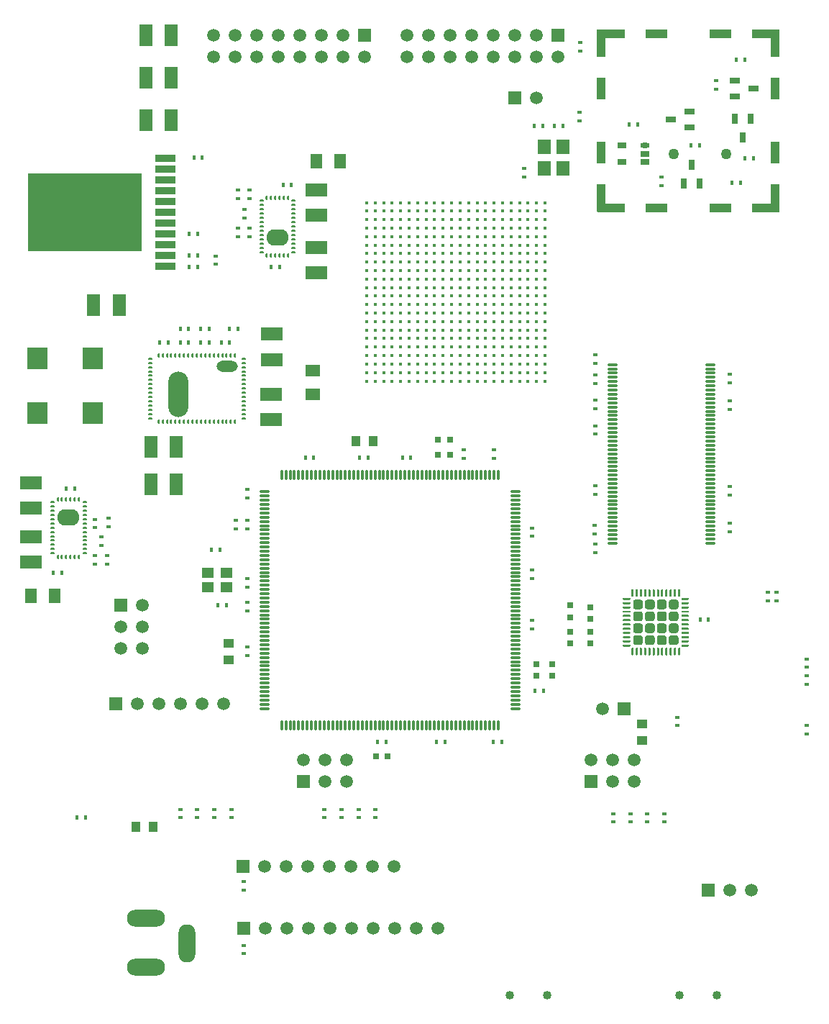
<source format=gbr>
G04 #@! TF.GenerationSoftware,KiCad,Pcbnew,(5.1.6)-1*
G04 #@! TF.CreationDate,2020-09-23T13:58:02+03:00*
G04 #@! TF.ProjectId,Cryptech Alpha,43727970-7465-4636-9820-416c7068612e,rev?*
G04 #@! TF.SameCoordinates,Original*
G04 #@! TF.FileFunction,Paste,Bot*
G04 #@! TF.FilePolarity,Positive*
%FSLAX46Y46*%
G04 Gerber Fmt 4.6, Leading zero omitted, Abs format (unit mm)*
G04 Created by KiCad (PCBNEW (5.1.6)-1) date 2020-09-23 13:58:02*
%MOMM*%
%LPD*%
G01*
G04 APERTURE LIST*
%ADD10R,0.600000X0.450000*%
%ADD11C,1.500000*%
%ADD12R,1.500000X1.500000*%
%ADD13R,0.450000X0.600000*%
%ADD14R,0.800000X0.800000*%
%ADD15O,0.300000X1.200000*%
%ADD16O,1.200000X0.300000*%
%ADD17C,1.270000*%
%ADD18R,1.100000X0.650000*%
%ADD19O,1.100000X0.650000*%
%ADD20R,1.498600X1.701800*%
%ADD21O,0.254000X0.609600*%
%ADD22O,0.609600X0.254000*%
%ADD23O,2.600000X1.940000*%
%ADD24R,1.016000X3.302000*%
%ADD25R,3.302000X1.016000*%
%ADD26R,2.616200X1.016000*%
%ADD27R,1.016000X2.616200*%
%ADD28R,2.413000X0.863600*%
%ADD29R,13.385800X9.144000*%
%ADD30C,0.450000*%
%ADD31O,2.000000X4.500000*%
%ADD32O,4.500000X2.000000*%
%ADD33C,1.016000*%
%ADD34O,2.350000X5.350000*%
%ADD35O,2.500000X1.300000*%
%ADD36R,1.400000X1.800000*%
%ADD37R,1.800000X1.400000*%
%ADD38R,2.400000X2.600000*%
%ADD39R,1.397000X1.193800*%
%ADD40R,1.200000X0.800000*%
%ADD41R,0.800000X1.200000*%
%ADD42R,1.600000X2.600000*%
%ADD43R,2.600000X1.600000*%
%ADD44R,1.200000X1.000000*%
%ADD45R,1.000000X1.200000*%
%ADD46C,0.127000*%
G04 APERTURE END LIST*
D10*
X97800000Y23700000D03*
X97800000Y22700000D03*
X97800000Y24700000D03*
X97800000Y25700000D03*
X97800000Y16900000D03*
X97800000Y17900000D03*
D11*
X73730000Y19800000D03*
D12*
X76270000Y19800000D03*
D10*
X93200000Y33500000D03*
X93200000Y32500000D03*
X94200000Y32500000D03*
X94200000Y33500000D03*
D13*
X85200000Y30300000D03*
X86200000Y30300000D03*
D14*
X72300000Y27500000D03*
X72300000Y28900000D03*
X72300000Y30400000D03*
X72300000Y31800000D03*
X69900000Y27500000D03*
X69900000Y28900000D03*
X69900000Y30600000D03*
X69900000Y32000000D03*
G36*
G01*
X81535000Y31785000D02*
X81535000Y32415000D01*
G75*
G02*
X81785000Y32665000I250000J0D01*
G01*
X82415000Y32665000D01*
G75*
G02*
X82665000Y32415000I0J-250000D01*
G01*
X82665000Y31785000D01*
G75*
G02*
X82415000Y31535000I-250000J0D01*
G01*
X81785000Y31535000D01*
G75*
G02*
X81535000Y31785000I0J250000D01*
G01*
G37*
G36*
G01*
X81535000Y30385000D02*
X81535000Y31015000D01*
G75*
G02*
X81785000Y31265000I250000J0D01*
G01*
X82415000Y31265000D01*
G75*
G02*
X82665000Y31015000I0J-250000D01*
G01*
X82665000Y30385000D01*
G75*
G02*
X82415000Y30135000I-250000J0D01*
G01*
X81785000Y30135000D01*
G75*
G02*
X81535000Y30385000I0J250000D01*
G01*
G37*
G36*
G01*
X81535000Y28985000D02*
X81535000Y29615000D01*
G75*
G02*
X81785000Y29865000I250000J0D01*
G01*
X82415000Y29865000D01*
G75*
G02*
X82665000Y29615000I0J-250000D01*
G01*
X82665000Y28985000D01*
G75*
G02*
X82415000Y28735000I-250000J0D01*
G01*
X81785000Y28735000D01*
G75*
G02*
X81535000Y28985000I0J250000D01*
G01*
G37*
G36*
G01*
X81535000Y27585000D02*
X81535000Y28215000D01*
G75*
G02*
X81785000Y28465000I250000J0D01*
G01*
X82415000Y28465000D01*
G75*
G02*
X82665000Y28215000I0J-250000D01*
G01*
X82665000Y27585000D01*
G75*
G02*
X82415000Y27335000I-250000J0D01*
G01*
X81785000Y27335000D01*
G75*
G02*
X81535000Y27585000I0J250000D01*
G01*
G37*
G36*
G01*
X80135000Y31785000D02*
X80135000Y32415000D01*
G75*
G02*
X80385000Y32665000I250000J0D01*
G01*
X81015000Y32665000D01*
G75*
G02*
X81265000Y32415000I0J-250000D01*
G01*
X81265000Y31785000D01*
G75*
G02*
X81015000Y31535000I-250000J0D01*
G01*
X80385000Y31535000D01*
G75*
G02*
X80135000Y31785000I0J250000D01*
G01*
G37*
G36*
G01*
X80135000Y30385000D02*
X80135000Y31015000D01*
G75*
G02*
X80385000Y31265000I250000J0D01*
G01*
X81015000Y31265000D01*
G75*
G02*
X81265000Y31015000I0J-250000D01*
G01*
X81265000Y30385000D01*
G75*
G02*
X81015000Y30135000I-250000J0D01*
G01*
X80385000Y30135000D01*
G75*
G02*
X80135000Y30385000I0J250000D01*
G01*
G37*
G36*
G01*
X80135000Y28985000D02*
X80135000Y29615000D01*
G75*
G02*
X80385000Y29865000I250000J0D01*
G01*
X81015000Y29865000D01*
G75*
G02*
X81265000Y29615000I0J-250000D01*
G01*
X81265000Y28985000D01*
G75*
G02*
X81015000Y28735000I-250000J0D01*
G01*
X80385000Y28735000D01*
G75*
G02*
X80135000Y28985000I0J250000D01*
G01*
G37*
G36*
G01*
X80135000Y27585000D02*
X80135000Y28215000D01*
G75*
G02*
X80385000Y28465000I250000J0D01*
G01*
X81015000Y28465000D01*
G75*
G02*
X81265000Y28215000I0J-250000D01*
G01*
X81265000Y27585000D01*
G75*
G02*
X81015000Y27335000I-250000J0D01*
G01*
X80385000Y27335000D01*
G75*
G02*
X80135000Y27585000I0J250000D01*
G01*
G37*
G36*
G01*
X78735000Y31785000D02*
X78735000Y32415000D01*
G75*
G02*
X78985000Y32665000I250000J0D01*
G01*
X79615000Y32665000D01*
G75*
G02*
X79865000Y32415000I0J-250000D01*
G01*
X79865000Y31785000D01*
G75*
G02*
X79615000Y31535000I-250000J0D01*
G01*
X78985000Y31535000D01*
G75*
G02*
X78735000Y31785000I0J250000D01*
G01*
G37*
G36*
G01*
X78735000Y30385000D02*
X78735000Y31015000D01*
G75*
G02*
X78985000Y31265000I250000J0D01*
G01*
X79615000Y31265000D01*
G75*
G02*
X79865000Y31015000I0J-250000D01*
G01*
X79865000Y30385000D01*
G75*
G02*
X79615000Y30135000I-250000J0D01*
G01*
X78985000Y30135000D01*
G75*
G02*
X78735000Y30385000I0J250000D01*
G01*
G37*
G36*
G01*
X78735000Y28985000D02*
X78735000Y29615000D01*
G75*
G02*
X78985000Y29865000I250000J0D01*
G01*
X79615000Y29865000D01*
G75*
G02*
X79865000Y29615000I0J-250000D01*
G01*
X79865000Y28985000D01*
G75*
G02*
X79615000Y28735000I-250000J0D01*
G01*
X78985000Y28735000D01*
G75*
G02*
X78735000Y28985000I0J250000D01*
G01*
G37*
G36*
G01*
X78735000Y27585000D02*
X78735000Y28215000D01*
G75*
G02*
X78985000Y28465000I250000J0D01*
G01*
X79615000Y28465000D01*
G75*
G02*
X79865000Y28215000I0J-250000D01*
G01*
X79865000Y27585000D01*
G75*
G02*
X79615000Y27335000I-250000J0D01*
G01*
X78985000Y27335000D01*
G75*
G02*
X78735000Y27585000I0J250000D01*
G01*
G37*
G36*
G01*
X77335000Y31785000D02*
X77335000Y32415000D01*
G75*
G02*
X77585000Y32665000I250000J0D01*
G01*
X78215000Y32665000D01*
G75*
G02*
X78465000Y32415000I0J-250000D01*
G01*
X78465000Y31785000D01*
G75*
G02*
X78215000Y31535000I-250000J0D01*
G01*
X77585000Y31535000D01*
G75*
G02*
X77335000Y31785000I0J250000D01*
G01*
G37*
G36*
G01*
X77335000Y30385000D02*
X77335000Y31015000D01*
G75*
G02*
X77585000Y31265000I250000J0D01*
G01*
X78215000Y31265000D01*
G75*
G02*
X78465000Y31015000I0J-250000D01*
G01*
X78465000Y30385000D01*
G75*
G02*
X78215000Y30135000I-250000J0D01*
G01*
X77585000Y30135000D01*
G75*
G02*
X77335000Y30385000I0J250000D01*
G01*
G37*
G36*
G01*
X77335000Y28985000D02*
X77335000Y29615000D01*
G75*
G02*
X77585000Y29865000I250000J0D01*
G01*
X78215000Y29865000D01*
G75*
G02*
X78465000Y29615000I0J-250000D01*
G01*
X78465000Y28985000D01*
G75*
G02*
X78215000Y28735000I-250000J0D01*
G01*
X77585000Y28735000D01*
G75*
G02*
X77335000Y28985000I0J250000D01*
G01*
G37*
G36*
G01*
X77335000Y27585000D02*
X77335000Y28215000D01*
G75*
G02*
X77585000Y28465000I250000J0D01*
G01*
X78215000Y28465000D01*
G75*
G02*
X78465000Y28215000I0J-250000D01*
G01*
X78465000Y27585000D01*
G75*
G02*
X78215000Y27335000I-250000J0D01*
G01*
X77585000Y27335000D01*
G75*
G02*
X77335000Y27585000I0J250000D01*
G01*
G37*
G36*
G01*
X77125000Y26187500D02*
X77125000Y26937500D01*
G75*
G02*
X77187500Y27000000I62500J0D01*
G01*
X77312500Y27000000D01*
G75*
G02*
X77375000Y26937500I0J-62500D01*
G01*
X77375000Y26187500D01*
G75*
G02*
X77312500Y26125000I-62500J0D01*
G01*
X77187500Y26125000D01*
G75*
G02*
X77125000Y26187500I0J62500D01*
G01*
G37*
G36*
G01*
X77625000Y26187500D02*
X77625000Y26937500D01*
G75*
G02*
X77687500Y27000000I62500J0D01*
G01*
X77812500Y27000000D01*
G75*
G02*
X77875000Y26937500I0J-62500D01*
G01*
X77875000Y26187500D01*
G75*
G02*
X77812500Y26125000I-62500J0D01*
G01*
X77687500Y26125000D01*
G75*
G02*
X77625000Y26187500I0J62500D01*
G01*
G37*
G36*
G01*
X78125000Y26187500D02*
X78125000Y26937500D01*
G75*
G02*
X78187500Y27000000I62500J0D01*
G01*
X78312500Y27000000D01*
G75*
G02*
X78375000Y26937500I0J-62500D01*
G01*
X78375000Y26187500D01*
G75*
G02*
X78312500Y26125000I-62500J0D01*
G01*
X78187500Y26125000D01*
G75*
G02*
X78125000Y26187500I0J62500D01*
G01*
G37*
G36*
G01*
X78625000Y26187500D02*
X78625000Y26937500D01*
G75*
G02*
X78687500Y27000000I62500J0D01*
G01*
X78812500Y27000000D01*
G75*
G02*
X78875000Y26937500I0J-62500D01*
G01*
X78875000Y26187500D01*
G75*
G02*
X78812500Y26125000I-62500J0D01*
G01*
X78687500Y26125000D01*
G75*
G02*
X78625000Y26187500I0J62500D01*
G01*
G37*
G36*
G01*
X79125000Y26187500D02*
X79125000Y26937500D01*
G75*
G02*
X79187500Y27000000I62500J0D01*
G01*
X79312500Y27000000D01*
G75*
G02*
X79375000Y26937500I0J-62500D01*
G01*
X79375000Y26187500D01*
G75*
G02*
X79312500Y26125000I-62500J0D01*
G01*
X79187500Y26125000D01*
G75*
G02*
X79125000Y26187500I0J62500D01*
G01*
G37*
G36*
G01*
X79625000Y26187500D02*
X79625000Y26937500D01*
G75*
G02*
X79687500Y27000000I62500J0D01*
G01*
X79812500Y27000000D01*
G75*
G02*
X79875000Y26937500I0J-62500D01*
G01*
X79875000Y26187500D01*
G75*
G02*
X79812500Y26125000I-62500J0D01*
G01*
X79687500Y26125000D01*
G75*
G02*
X79625000Y26187500I0J62500D01*
G01*
G37*
G36*
G01*
X80125000Y26187500D02*
X80125000Y26937500D01*
G75*
G02*
X80187500Y27000000I62500J0D01*
G01*
X80312500Y27000000D01*
G75*
G02*
X80375000Y26937500I0J-62500D01*
G01*
X80375000Y26187500D01*
G75*
G02*
X80312500Y26125000I-62500J0D01*
G01*
X80187500Y26125000D01*
G75*
G02*
X80125000Y26187500I0J62500D01*
G01*
G37*
G36*
G01*
X80625000Y26187500D02*
X80625000Y26937500D01*
G75*
G02*
X80687500Y27000000I62500J0D01*
G01*
X80812500Y27000000D01*
G75*
G02*
X80875000Y26937500I0J-62500D01*
G01*
X80875000Y26187500D01*
G75*
G02*
X80812500Y26125000I-62500J0D01*
G01*
X80687500Y26125000D01*
G75*
G02*
X80625000Y26187500I0J62500D01*
G01*
G37*
G36*
G01*
X81125000Y26187500D02*
X81125000Y26937500D01*
G75*
G02*
X81187500Y27000000I62500J0D01*
G01*
X81312500Y27000000D01*
G75*
G02*
X81375000Y26937500I0J-62500D01*
G01*
X81375000Y26187500D01*
G75*
G02*
X81312500Y26125000I-62500J0D01*
G01*
X81187500Y26125000D01*
G75*
G02*
X81125000Y26187500I0J62500D01*
G01*
G37*
G36*
G01*
X81625000Y26187500D02*
X81625000Y26937500D01*
G75*
G02*
X81687500Y27000000I62500J0D01*
G01*
X81812500Y27000000D01*
G75*
G02*
X81875000Y26937500I0J-62500D01*
G01*
X81875000Y26187500D01*
G75*
G02*
X81812500Y26125000I-62500J0D01*
G01*
X81687500Y26125000D01*
G75*
G02*
X81625000Y26187500I0J62500D01*
G01*
G37*
G36*
G01*
X82125000Y26187500D02*
X82125000Y26937500D01*
G75*
G02*
X82187500Y27000000I62500J0D01*
G01*
X82312500Y27000000D01*
G75*
G02*
X82375000Y26937500I0J-62500D01*
G01*
X82375000Y26187500D01*
G75*
G02*
X82312500Y26125000I-62500J0D01*
G01*
X82187500Y26125000D01*
G75*
G02*
X82125000Y26187500I0J62500D01*
G01*
G37*
G36*
G01*
X82625000Y26187500D02*
X82625000Y26937500D01*
G75*
G02*
X82687500Y27000000I62500J0D01*
G01*
X82812500Y27000000D01*
G75*
G02*
X82875000Y26937500I0J-62500D01*
G01*
X82875000Y26187500D01*
G75*
G02*
X82812500Y26125000I-62500J0D01*
G01*
X82687500Y26125000D01*
G75*
G02*
X82625000Y26187500I0J62500D01*
G01*
G37*
G36*
G01*
X83000000Y27187500D02*
X83000000Y27312500D01*
G75*
G02*
X83062500Y27375000I62500J0D01*
G01*
X83812500Y27375000D01*
G75*
G02*
X83875000Y27312500I0J-62500D01*
G01*
X83875000Y27187500D01*
G75*
G02*
X83812500Y27125000I-62500J0D01*
G01*
X83062500Y27125000D01*
G75*
G02*
X83000000Y27187500I0J62500D01*
G01*
G37*
G36*
G01*
X83000000Y27687500D02*
X83000000Y27812500D01*
G75*
G02*
X83062500Y27875000I62500J0D01*
G01*
X83812500Y27875000D01*
G75*
G02*
X83875000Y27812500I0J-62500D01*
G01*
X83875000Y27687500D01*
G75*
G02*
X83812500Y27625000I-62500J0D01*
G01*
X83062500Y27625000D01*
G75*
G02*
X83000000Y27687500I0J62500D01*
G01*
G37*
G36*
G01*
X83000000Y28187500D02*
X83000000Y28312500D01*
G75*
G02*
X83062500Y28375000I62500J0D01*
G01*
X83812500Y28375000D01*
G75*
G02*
X83875000Y28312500I0J-62500D01*
G01*
X83875000Y28187500D01*
G75*
G02*
X83812500Y28125000I-62500J0D01*
G01*
X83062500Y28125000D01*
G75*
G02*
X83000000Y28187500I0J62500D01*
G01*
G37*
G36*
G01*
X83000000Y28687500D02*
X83000000Y28812500D01*
G75*
G02*
X83062500Y28875000I62500J0D01*
G01*
X83812500Y28875000D01*
G75*
G02*
X83875000Y28812500I0J-62500D01*
G01*
X83875000Y28687500D01*
G75*
G02*
X83812500Y28625000I-62500J0D01*
G01*
X83062500Y28625000D01*
G75*
G02*
X83000000Y28687500I0J62500D01*
G01*
G37*
G36*
G01*
X83000000Y29187500D02*
X83000000Y29312500D01*
G75*
G02*
X83062500Y29375000I62500J0D01*
G01*
X83812500Y29375000D01*
G75*
G02*
X83875000Y29312500I0J-62500D01*
G01*
X83875000Y29187500D01*
G75*
G02*
X83812500Y29125000I-62500J0D01*
G01*
X83062500Y29125000D01*
G75*
G02*
X83000000Y29187500I0J62500D01*
G01*
G37*
G36*
G01*
X83000000Y29687500D02*
X83000000Y29812500D01*
G75*
G02*
X83062500Y29875000I62500J0D01*
G01*
X83812500Y29875000D01*
G75*
G02*
X83875000Y29812500I0J-62500D01*
G01*
X83875000Y29687500D01*
G75*
G02*
X83812500Y29625000I-62500J0D01*
G01*
X83062500Y29625000D01*
G75*
G02*
X83000000Y29687500I0J62500D01*
G01*
G37*
G36*
G01*
X83000000Y30187500D02*
X83000000Y30312500D01*
G75*
G02*
X83062500Y30375000I62500J0D01*
G01*
X83812500Y30375000D01*
G75*
G02*
X83875000Y30312500I0J-62500D01*
G01*
X83875000Y30187500D01*
G75*
G02*
X83812500Y30125000I-62500J0D01*
G01*
X83062500Y30125000D01*
G75*
G02*
X83000000Y30187500I0J62500D01*
G01*
G37*
G36*
G01*
X83000000Y30687500D02*
X83000000Y30812500D01*
G75*
G02*
X83062500Y30875000I62500J0D01*
G01*
X83812500Y30875000D01*
G75*
G02*
X83875000Y30812500I0J-62500D01*
G01*
X83875000Y30687500D01*
G75*
G02*
X83812500Y30625000I-62500J0D01*
G01*
X83062500Y30625000D01*
G75*
G02*
X83000000Y30687500I0J62500D01*
G01*
G37*
G36*
G01*
X83000000Y31187500D02*
X83000000Y31312500D01*
G75*
G02*
X83062500Y31375000I62500J0D01*
G01*
X83812500Y31375000D01*
G75*
G02*
X83875000Y31312500I0J-62500D01*
G01*
X83875000Y31187500D01*
G75*
G02*
X83812500Y31125000I-62500J0D01*
G01*
X83062500Y31125000D01*
G75*
G02*
X83000000Y31187500I0J62500D01*
G01*
G37*
G36*
G01*
X83000000Y31687500D02*
X83000000Y31812500D01*
G75*
G02*
X83062500Y31875000I62500J0D01*
G01*
X83812500Y31875000D01*
G75*
G02*
X83875000Y31812500I0J-62500D01*
G01*
X83875000Y31687500D01*
G75*
G02*
X83812500Y31625000I-62500J0D01*
G01*
X83062500Y31625000D01*
G75*
G02*
X83000000Y31687500I0J62500D01*
G01*
G37*
G36*
G01*
X83000000Y32187500D02*
X83000000Y32312500D01*
G75*
G02*
X83062500Y32375000I62500J0D01*
G01*
X83812500Y32375000D01*
G75*
G02*
X83875000Y32312500I0J-62500D01*
G01*
X83875000Y32187500D01*
G75*
G02*
X83812500Y32125000I-62500J0D01*
G01*
X83062500Y32125000D01*
G75*
G02*
X83000000Y32187500I0J62500D01*
G01*
G37*
G36*
G01*
X83000000Y32687500D02*
X83000000Y32812500D01*
G75*
G02*
X83062500Y32875000I62500J0D01*
G01*
X83812500Y32875000D01*
G75*
G02*
X83875000Y32812500I0J-62500D01*
G01*
X83875000Y32687500D01*
G75*
G02*
X83812500Y32625000I-62500J0D01*
G01*
X83062500Y32625000D01*
G75*
G02*
X83000000Y32687500I0J62500D01*
G01*
G37*
G36*
G01*
X82625000Y33062500D02*
X82625000Y33812500D01*
G75*
G02*
X82687500Y33875000I62500J0D01*
G01*
X82812500Y33875000D01*
G75*
G02*
X82875000Y33812500I0J-62500D01*
G01*
X82875000Y33062500D01*
G75*
G02*
X82812500Y33000000I-62500J0D01*
G01*
X82687500Y33000000D01*
G75*
G02*
X82625000Y33062500I0J62500D01*
G01*
G37*
G36*
G01*
X82125000Y33062500D02*
X82125000Y33812500D01*
G75*
G02*
X82187500Y33875000I62500J0D01*
G01*
X82312500Y33875000D01*
G75*
G02*
X82375000Y33812500I0J-62500D01*
G01*
X82375000Y33062500D01*
G75*
G02*
X82312500Y33000000I-62500J0D01*
G01*
X82187500Y33000000D01*
G75*
G02*
X82125000Y33062500I0J62500D01*
G01*
G37*
G36*
G01*
X81625000Y33062500D02*
X81625000Y33812500D01*
G75*
G02*
X81687500Y33875000I62500J0D01*
G01*
X81812500Y33875000D01*
G75*
G02*
X81875000Y33812500I0J-62500D01*
G01*
X81875000Y33062500D01*
G75*
G02*
X81812500Y33000000I-62500J0D01*
G01*
X81687500Y33000000D01*
G75*
G02*
X81625000Y33062500I0J62500D01*
G01*
G37*
G36*
G01*
X81125000Y33062500D02*
X81125000Y33812500D01*
G75*
G02*
X81187500Y33875000I62500J0D01*
G01*
X81312500Y33875000D01*
G75*
G02*
X81375000Y33812500I0J-62500D01*
G01*
X81375000Y33062500D01*
G75*
G02*
X81312500Y33000000I-62500J0D01*
G01*
X81187500Y33000000D01*
G75*
G02*
X81125000Y33062500I0J62500D01*
G01*
G37*
G36*
G01*
X80625000Y33062500D02*
X80625000Y33812500D01*
G75*
G02*
X80687500Y33875000I62500J0D01*
G01*
X80812500Y33875000D01*
G75*
G02*
X80875000Y33812500I0J-62500D01*
G01*
X80875000Y33062500D01*
G75*
G02*
X80812500Y33000000I-62500J0D01*
G01*
X80687500Y33000000D01*
G75*
G02*
X80625000Y33062500I0J62500D01*
G01*
G37*
G36*
G01*
X80125000Y33062500D02*
X80125000Y33812500D01*
G75*
G02*
X80187500Y33875000I62500J0D01*
G01*
X80312500Y33875000D01*
G75*
G02*
X80375000Y33812500I0J-62500D01*
G01*
X80375000Y33062500D01*
G75*
G02*
X80312500Y33000000I-62500J0D01*
G01*
X80187500Y33000000D01*
G75*
G02*
X80125000Y33062500I0J62500D01*
G01*
G37*
G36*
G01*
X79625000Y33062500D02*
X79625000Y33812500D01*
G75*
G02*
X79687500Y33875000I62500J0D01*
G01*
X79812500Y33875000D01*
G75*
G02*
X79875000Y33812500I0J-62500D01*
G01*
X79875000Y33062500D01*
G75*
G02*
X79812500Y33000000I-62500J0D01*
G01*
X79687500Y33000000D01*
G75*
G02*
X79625000Y33062500I0J62500D01*
G01*
G37*
G36*
G01*
X79125000Y33062500D02*
X79125000Y33812500D01*
G75*
G02*
X79187500Y33875000I62500J0D01*
G01*
X79312500Y33875000D01*
G75*
G02*
X79375000Y33812500I0J-62500D01*
G01*
X79375000Y33062500D01*
G75*
G02*
X79312500Y33000000I-62500J0D01*
G01*
X79187500Y33000000D01*
G75*
G02*
X79125000Y33062500I0J62500D01*
G01*
G37*
G36*
G01*
X78625000Y33062500D02*
X78625000Y33812500D01*
G75*
G02*
X78687500Y33875000I62500J0D01*
G01*
X78812500Y33875000D01*
G75*
G02*
X78875000Y33812500I0J-62500D01*
G01*
X78875000Y33062500D01*
G75*
G02*
X78812500Y33000000I-62500J0D01*
G01*
X78687500Y33000000D01*
G75*
G02*
X78625000Y33062500I0J62500D01*
G01*
G37*
G36*
G01*
X78125000Y33062500D02*
X78125000Y33812500D01*
G75*
G02*
X78187500Y33875000I62500J0D01*
G01*
X78312500Y33875000D01*
G75*
G02*
X78375000Y33812500I0J-62500D01*
G01*
X78375000Y33062500D01*
G75*
G02*
X78312500Y33000000I-62500J0D01*
G01*
X78187500Y33000000D01*
G75*
G02*
X78125000Y33062500I0J62500D01*
G01*
G37*
G36*
G01*
X77625000Y33062500D02*
X77625000Y33812500D01*
G75*
G02*
X77687500Y33875000I62500J0D01*
G01*
X77812500Y33875000D01*
G75*
G02*
X77875000Y33812500I0J-62500D01*
G01*
X77875000Y33062500D01*
G75*
G02*
X77812500Y33000000I-62500J0D01*
G01*
X77687500Y33000000D01*
G75*
G02*
X77625000Y33062500I0J62500D01*
G01*
G37*
G36*
G01*
X77125000Y33062500D02*
X77125000Y33812500D01*
G75*
G02*
X77187500Y33875000I62500J0D01*
G01*
X77312500Y33875000D01*
G75*
G02*
X77375000Y33812500I0J-62500D01*
G01*
X77375000Y33062500D01*
G75*
G02*
X77312500Y33000000I-62500J0D01*
G01*
X77187500Y33000000D01*
G75*
G02*
X77125000Y33062500I0J62500D01*
G01*
G37*
G36*
G01*
X76125000Y32687500D02*
X76125000Y32812500D01*
G75*
G02*
X76187500Y32875000I62500J0D01*
G01*
X76937500Y32875000D01*
G75*
G02*
X77000000Y32812500I0J-62500D01*
G01*
X77000000Y32687500D01*
G75*
G02*
X76937500Y32625000I-62500J0D01*
G01*
X76187500Y32625000D01*
G75*
G02*
X76125000Y32687500I0J62500D01*
G01*
G37*
G36*
G01*
X76125000Y32187500D02*
X76125000Y32312500D01*
G75*
G02*
X76187500Y32375000I62500J0D01*
G01*
X76937500Y32375000D01*
G75*
G02*
X77000000Y32312500I0J-62500D01*
G01*
X77000000Y32187500D01*
G75*
G02*
X76937500Y32125000I-62500J0D01*
G01*
X76187500Y32125000D01*
G75*
G02*
X76125000Y32187500I0J62500D01*
G01*
G37*
G36*
G01*
X76125000Y31687500D02*
X76125000Y31812500D01*
G75*
G02*
X76187500Y31875000I62500J0D01*
G01*
X76937500Y31875000D01*
G75*
G02*
X77000000Y31812500I0J-62500D01*
G01*
X77000000Y31687500D01*
G75*
G02*
X76937500Y31625000I-62500J0D01*
G01*
X76187500Y31625000D01*
G75*
G02*
X76125000Y31687500I0J62500D01*
G01*
G37*
G36*
G01*
X76125000Y31187500D02*
X76125000Y31312500D01*
G75*
G02*
X76187500Y31375000I62500J0D01*
G01*
X76937500Y31375000D01*
G75*
G02*
X77000000Y31312500I0J-62500D01*
G01*
X77000000Y31187500D01*
G75*
G02*
X76937500Y31125000I-62500J0D01*
G01*
X76187500Y31125000D01*
G75*
G02*
X76125000Y31187500I0J62500D01*
G01*
G37*
G36*
G01*
X76125000Y30687500D02*
X76125000Y30812500D01*
G75*
G02*
X76187500Y30875000I62500J0D01*
G01*
X76937500Y30875000D01*
G75*
G02*
X77000000Y30812500I0J-62500D01*
G01*
X77000000Y30687500D01*
G75*
G02*
X76937500Y30625000I-62500J0D01*
G01*
X76187500Y30625000D01*
G75*
G02*
X76125000Y30687500I0J62500D01*
G01*
G37*
G36*
G01*
X76125000Y30187500D02*
X76125000Y30312500D01*
G75*
G02*
X76187500Y30375000I62500J0D01*
G01*
X76937500Y30375000D01*
G75*
G02*
X77000000Y30312500I0J-62500D01*
G01*
X77000000Y30187500D01*
G75*
G02*
X76937500Y30125000I-62500J0D01*
G01*
X76187500Y30125000D01*
G75*
G02*
X76125000Y30187500I0J62500D01*
G01*
G37*
G36*
G01*
X76125000Y29687500D02*
X76125000Y29812500D01*
G75*
G02*
X76187500Y29875000I62500J0D01*
G01*
X76937500Y29875000D01*
G75*
G02*
X77000000Y29812500I0J-62500D01*
G01*
X77000000Y29687500D01*
G75*
G02*
X76937500Y29625000I-62500J0D01*
G01*
X76187500Y29625000D01*
G75*
G02*
X76125000Y29687500I0J62500D01*
G01*
G37*
G36*
G01*
X76125000Y29187500D02*
X76125000Y29312500D01*
G75*
G02*
X76187500Y29375000I62500J0D01*
G01*
X76937500Y29375000D01*
G75*
G02*
X77000000Y29312500I0J-62500D01*
G01*
X77000000Y29187500D01*
G75*
G02*
X76937500Y29125000I-62500J0D01*
G01*
X76187500Y29125000D01*
G75*
G02*
X76125000Y29187500I0J62500D01*
G01*
G37*
G36*
G01*
X76125000Y28687500D02*
X76125000Y28812500D01*
G75*
G02*
X76187500Y28875000I62500J0D01*
G01*
X76937500Y28875000D01*
G75*
G02*
X77000000Y28812500I0J-62500D01*
G01*
X77000000Y28687500D01*
G75*
G02*
X76937500Y28625000I-62500J0D01*
G01*
X76187500Y28625000D01*
G75*
G02*
X76125000Y28687500I0J62500D01*
G01*
G37*
G36*
G01*
X76125000Y28187500D02*
X76125000Y28312500D01*
G75*
G02*
X76187500Y28375000I62500J0D01*
G01*
X76937500Y28375000D01*
G75*
G02*
X77000000Y28312500I0J-62500D01*
G01*
X77000000Y28187500D01*
G75*
G02*
X76937500Y28125000I-62500J0D01*
G01*
X76187500Y28125000D01*
G75*
G02*
X76125000Y28187500I0J62500D01*
G01*
G37*
G36*
G01*
X76125000Y27687500D02*
X76125000Y27812500D01*
G75*
G02*
X76187500Y27875000I62500J0D01*
G01*
X76937500Y27875000D01*
G75*
G02*
X77000000Y27812500I0J-62500D01*
G01*
X77000000Y27687500D01*
G75*
G02*
X76937500Y27625000I-62500J0D01*
G01*
X76187500Y27625000D01*
G75*
G02*
X76125000Y27687500I0J62500D01*
G01*
G37*
G36*
G01*
X76125000Y27187500D02*
X76125000Y27312500D01*
G75*
G02*
X76187500Y27375000I62500J0D01*
G01*
X76937500Y27375000D01*
G75*
G02*
X77000000Y27312500I0J-62500D01*
G01*
X77000000Y27187500D01*
G75*
G02*
X76937500Y27125000I-62500J0D01*
G01*
X76187500Y27125000D01*
G75*
G02*
X76125000Y27187500I0J62500D01*
G01*
G37*
D15*
X35941800Y17863600D03*
X36441800Y17863600D03*
X36941800Y17863600D03*
X37441800Y17863600D03*
X37941800Y17863600D03*
X38441800Y17863600D03*
X38941800Y17863600D03*
X39441800Y17863600D03*
X39941800Y17863600D03*
X40441800Y17863600D03*
X40941800Y17863600D03*
X41441800Y17863600D03*
X41941800Y17863600D03*
X42441800Y17863600D03*
X42941800Y17863600D03*
X43441800Y17863600D03*
X43941800Y17863600D03*
X44441800Y17863600D03*
X44941800Y17863600D03*
X45441800Y17863600D03*
X45941800Y17863600D03*
X46441800Y17863600D03*
X46941800Y17863600D03*
X47441800Y17863600D03*
X47941800Y17863600D03*
X48441800Y17863600D03*
X48941800Y17863600D03*
X49441800Y17863600D03*
X49941800Y17863600D03*
X50441800Y17863600D03*
X50941800Y17863600D03*
X51441800Y17863600D03*
X51941800Y17863600D03*
X52441800Y17863600D03*
X52941800Y17863600D03*
X53441800Y17863600D03*
X53941800Y17863600D03*
X54441800Y17863600D03*
X54941800Y17863600D03*
X55441800Y17863600D03*
X55941800Y17863600D03*
X56441800Y17863600D03*
X56941800Y17863600D03*
X57441800Y17863600D03*
X57941800Y17863600D03*
X58441800Y17863600D03*
X58941800Y17863600D03*
X59441800Y17863600D03*
X59941800Y17863600D03*
X60441800Y17863600D03*
X60941800Y17863600D03*
X61441800Y17863600D03*
D16*
X63441800Y19863600D03*
X63441800Y20363600D03*
X63441800Y20863600D03*
X63441800Y21363600D03*
X63441800Y21863600D03*
X63441800Y22363600D03*
X63441800Y22863600D03*
X63441800Y23363600D03*
X63441800Y23863600D03*
X63441800Y24363600D03*
X63441800Y24863600D03*
X63441800Y25363600D03*
X63441800Y25863600D03*
X63441800Y26363600D03*
X63441800Y26863600D03*
X63441800Y27363600D03*
X63441800Y27863600D03*
X63441800Y28363600D03*
X63441800Y28863600D03*
X63441800Y29363600D03*
X63441800Y29863600D03*
X63441800Y30363600D03*
X63441800Y30863600D03*
X63441800Y31363600D03*
X63441800Y31863600D03*
X63441800Y32363600D03*
X63441800Y32863600D03*
X63441800Y33363600D03*
X63441800Y33863600D03*
X63441800Y34363600D03*
X63441800Y34863600D03*
X63441800Y35363600D03*
X63441800Y35863600D03*
X63441800Y36363600D03*
X63441800Y36863600D03*
X63441800Y37363600D03*
X63441800Y37863600D03*
X63441800Y38363600D03*
X63441800Y38863600D03*
X63441800Y39363600D03*
X63441800Y39863600D03*
X63441800Y40363600D03*
X63441800Y40863600D03*
X63441800Y41363600D03*
X63441800Y41863600D03*
X63441800Y42363600D03*
X63441800Y42863600D03*
X63441800Y43363600D03*
X63441800Y43863600D03*
X63441800Y44363600D03*
X63441800Y44863600D03*
X63441800Y45363600D03*
D15*
X61441800Y47363600D03*
X60941800Y47363600D03*
X60441800Y47363600D03*
X59941800Y47363600D03*
X59441800Y47363600D03*
X58941800Y47363600D03*
X58441800Y47363600D03*
X57941800Y47363600D03*
X57441800Y47363600D03*
X56941800Y47363600D03*
X56441800Y47363600D03*
X55941800Y47363600D03*
X55441800Y47363600D03*
X54941800Y47363600D03*
X54441800Y47363600D03*
X53941800Y47363600D03*
X53441800Y47363600D03*
X52941800Y47363600D03*
X52441800Y47363600D03*
X51941800Y47363600D03*
X51441800Y47363600D03*
X50941800Y47363600D03*
X50441800Y47363600D03*
X49941800Y47363600D03*
X49441800Y47363600D03*
X48941800Y47363600D03*
X48441800Y47363600D03*
X47941800Y47363600D03*
X47441800Y47363600D03*
X46941800Y47363600D03*
X46441800Y47363600D03*
X45941800Y47363600D03*
X45441800Y47363600D03*
X44941800Y47363600D03*
X44441800Y47363600D03*
X43941800Y47363600D03*
X43441800Y47363600D03*
X42941800Y47363600D03*
X42441800Y47363600D03*
X41941800Y47363600D03*
X41441800Y47363600D03*
X40941800Y47363600D03*
X40441800Y47363600D03*
X39941800Y47363600D03*
X39441800Y47363600D03*
X38941800Y47363600D03*
X38441800Y47363600D03*
X37941800Y47363600D03*
X37441800Y47363600D03*
X36941800Y47363600D03*
X36441800Y47363600D03*
X35941800Y47363600D03*
D16*
X33941800Y45363600D03*
X33941800Y44863600D03*
X33941800Y44363600D03*
X33941800Y43863600D03*
X33941800Y43363600D03*
X33941800Y42863600D03*
X33941800Y42363600D03*
X33941800Y41863600D03*
X33941800Y41363600D03*
X33941800Y40863600D03*
X33941800Y40363600D03*
X33941800Y39863600D03*
X33941800Y39363600D03*
X33941800Y38863600D03*
X33941800Y38363600D03*
X33941800Y37863600D03*
X33941800Y37363600D03*
X33941800Y36863600D03*
X33941800Y36363600D03*
X33941800Y35863600D03*
X33941800Y35363600D03*
X33941800Y34863600D03*
X33941800Y34363600D03*
X33941800Y33863600D03*
X33941800Y33363600D03*
X33941800Y32863600D03*
X33941800Y32363600D03*
X33941800Y31863600D03*
X33941800Y31363600D03*
X33941800Y30863600D03*
X33941800Y30363600D03*
X33941800Y29863600D03*
X33941800Y29363600D03*
X33941800Y28863600D03*
X33941800Y28363600D03*
X33941800Y27863600D03*
X33941800Y27363600D03*
X33941800Y26863600D03*
X33941800Y26363600D03*
X33941800Y25863600D03*
X33941800Y25363600D03*
X33941800Y24863600D03*
X33941800Y24363600D03*
X33941800Y23863600D03*
X33941800Y23363600D03*
X33941800Y22863600D03*
X33941800Y22363600D03*
X33941800Y21863600D03*
X33941800Y21363600D03*
X33941800Y20863600D03*
X33941800Y20363600D03*
X33941800Y19863600D03*
D17*
X88315800Y85140800D03*
X82143600Y85140800D03*
D18*
X76018400Y86090800D03*
X76018400Y84190800D03*
X78718400Y84190800D03*
X78718400Y85140800D03*
D19*
X78718400Y86090800D03*
D20*
X66878200Y85961400D03*
X66878200Y83413600D03*
X69100600Y85961400D03*
X69100600Y83413600D03*
D21*
X34188400Y79955600D03*
X34696400Y79955600D03*
X35204400Y79955600D03*
X35708400Y79955600D03*
X36208400Y79955600D03*
X36708400Y79955600D03*
D22*
X37358400Y79555600D03*
X37358400Y79055600D03*
X37358400Y78555600D03*
X37358400Y78055600D03*
X37358400Y77555600D03*
X37358400Y77055600D03*
X37358400Y76555600D03*
X37358400Y76047600D03*
X37358400Y75539600D03*
X37358400Y75031600D03*
X37358400Y74549000D03*
X37358400Y74041000D03*
X37358400Y73533000D03*
D21*
X36708400Y73152000D03*
X36208400Y73152000D03*
X35708400Y73152000D03*
X35204400Y73152000D03*
X34696400Y73152000D03*
X34188400Y73152000D03*
D22*
X33553400Y73533000D03*
X33553400Y74041000D03*
X33553400Y74549000D03*
X33553400Y75031600D03*
X33553400Y75539600D03*
X33553400Y76047600D03*
X33553400Y76555600D03*
X33553400Y77055600D03*
X33553400Y77555600D03*
X33553400Y78055600D03*
X33553400Y78555600D03*
X33553400Y79055600D03*
X33553400Y79555600D03*
D23*
X35458400Y75295600D03*
D21*
X12115800Y37697200D03*
X11607800Y37697200D03*
X11099800Y37697200D03*
X10595800Y37697200D03*
X10095800Y37697200D03*
X9595800Y37697200D03*
D22*
X8945800Y38097200D03*
X8945800Y38597200D03*
X8945800Y39097200D03*
X8945800Y39597200D03*
X8945800Y40097200D03*
X8945800Y40597200D03*
X8945800Y41097200D03*
X8945800Y41605200D03*
X8945800Y42113200D03*
X8945800Y42621200D03*
X8945800Y43103800D03*
X8945800Y43611800D03*
X8945800Y44119800D03*
D21*
X9595800Y44500800D03*
X10095800Y44500800D03*
X10595800Y44500800D03*
X11099800Y44500800D03*
X11607800Y44500800D03*
X12115800Y44500800D03*
D22*
X12750800Y44119800D03*
X12750800Y43611800D03*
X12750800Y43103800D03*
X12750800Y42621200D03*
X12750800Y42113200D03*
X12750800Y41605200D03*
X12750800Y41097200D03*
X12750800Y40597200D03*
X12750800Y40097200D03*
X12750800Y39597200D03*
X12750800Y39097200D03*
X12750800Y38597200D03*
X12750800Y38097200D03*
D23*
X10845800Y42357200D03*
D11*
X29133790Y20421600D03*
X26593790Y20421600D03*
X24053790Y20421600D03*
X21513790Y20421600D03*
X18973790Y20421600D03*
D12*
X16433790Y20421600D03*
D11*
X36580000Y-6000000D03*
X54360000Y-6000000D03*
X51820000Y-6000000D03*
X49280000Y-6000000D03*
X46740000Y-6000000D03*
X44200000Y-6000000D03*
X41660000Y-6000000D03*
X39120000Y-6000000D03*
X34040000Y-6000000D03*
D12*
X31500000Y-6000000D03*
D24*
X94081600Y98134000D03*
X73570000Y98134000D03*
X73570000Y79915400D03*
X94081600Y79915400D03*
D25*
X92938600Y99277000D03*
X74720000Y99277000D03*
X74720000Y78765400D03*
X92938600Y78765400D03*
D26*
X87579200Y99277000D03*
X87579200Y78765400D03*
X80070000Y78765400D03*
X80070000Y99277000D03*
D27*
X94081600Y92774600D03*
X94081600Y85265400D03*
X73570000Y85265400D03*
X73570000Y92774600D03*
D16*
X74920400Y39326400D03*
X74920400Y39826400D03*
X74920400Y40326400D03*
X74920400Y40826400D03*
X74920400Y41326400D03*
X74920400Y41826400D03*
X74920400Y42326400D03*
X74920400Y42826400D03*
X74920400Y43326400D03*
X74920400Y43826400D03*
X74920400Y44326400D03*
X74920400Y44826400D03*
X74920400Y45326400D03*
X74920400Y45826400D03*
X74920400Y46326400D03*
X74920400Y46826400D03*
X74920400Y47326400D03*
X74920400Y47826400D03*
X74920400Y48326400D03*
X74920400Y48826400D03*
X74920400Y49326400D03*
X74920400Y49826400D03*
X74920400Y50326400D03*
X74920400Y50826400D03*
X74920400Y51326400D03*
X74920400Y51826400D03*
X74920400Y52326400D03*
X74920400Y52826400D03*
X74920400Y53326400D03*
X74920400Y53826400D03*
X74920400Y54326400D03*
X74920400Y54826400D03*
X74920400Y55326400D03*
X74920400Y55826400D03*
X74920400Y56326400D03*
X74920400Y56826400D03*
X74920400Y57326400D03*
X74920400Y57826400D03*
X74920400Y58326400D03*
X74920400Y58826400D03*
X74920400Y59326400D03*
X74920400Y59826400D03*
X74920400Y60326400D03*
X86420400Y39326400D03*
X86420400Y39826400D03*
X86420400Y40326400D03*
X86420400Y40826400D03*
X86420400Y41326400D03*
X86420400Y41826400D03*
X86420400Y42326400D03*
X86420400Y42826400D03*
X86420400Y43326400D03*
X86420400Y43826400D03*
X86420400Y44326400D03*
X86420400Y44826400D03*
X86420400Y45326400D03*
X86420400Y45826400D03*
X86420400Y46326400D03*
X86420400Y46826400D03*
X86420400Y47326400D03*
X86420400Y47826400D03*
X86420400Y48326400D03*
X86420400Y48826400D03*
X86420400Y49326400D03*
X86420400Y49826400D03*
X86420400Y50326400D03*
X86420400Y50826400D03*
X86420400Y51326400D03*
X86420400Y51826400D03*
X86420400Y52326400D03*
X86420400Y52826400D03*
X86420400Y53326400D03*
X86420400Y53826400D03*
X86420400Y54326400D03*
X86420400Y54826400D03*
X86420400Y55326400D03*
X86420400Y55826400D03*
X86420400Y56326400D03*
X86420400Y56826400D03*
X86420400Y57326400D03*
X86420400Y57826400D03*
X86420400Y58326400D03*
X86420400Y58826400D03*
X86420400Y59326400D03*
X86420400Y59826400D03*
X86420400Y60326400D03*
D28*
X22275800Y84632800D03*
X22275800Y83362800D03*
X22275800Y82092800D03*
X22275800Y80822800D03*
X22275800Y79552800D03*
X22275800Y78282800D03*
X22275800Y77012800D03*
D29*
X12750800Y78282800D03*
D28*
X22275800Y75742800D03*
X22275800Y74472800D03*
X22275800Y73202800D03*
X22275800Y71932800D03*
D30*
X45953400Y58384800D03*
X46953400Y58384800D03*
X47953400Y58384800D03*
X48953400Y58384800D03*
X49953400Y58384800D03*
X50953400Y58384800D03*
X51953400Y58384800D03*
X52953400Y58384800D03*
X53953400Y58384800D03*
X54953400Y58384800D03*
X55953400Y58384800D03*
X56953400Y58384800D03*
X57953400Y58384800D03*
X58953400Y58384800D03*
X59953400Y58384800D03*
X60953400Y58384800D03*
X61953400Y58384800D03*
X62953400Y58384800D03*
X63953400Y58384800D03*
X64953400Y58384800D03*
X65953400Y58384800D03*
X66953400Y58384800D03*
X45953400Y59384800D03*
X46953400Y59384800D03*
X47953400Y59384800D03*
X48953400Y59384800D03*
X49953400Y59384800D03*
X50953400Y59384800D03*
X51953400Y59384800D03*
X52953400Y59384800D03*
X53953400Y59384800D03*
X54953400Y59384800D03*
X55953400Y59384800D03*
X56953400Y59384800D03*
X57953400Y59384800D03*
X58953400Y59384800D03*
X59953400Y59384800D03*
X60953400Y59384800D03*
X61953400Y59384800D03*
X62953400Y59384800D03*
X63953400Y59384800D03*
X64953400Y59384800D03*
X65953400Y59384800D03*
X66953400Y59384800D03*
X45953400Y60384800D03*
X46953400Y60384800D03*
X47953400Y60384800D03*
X48953400Y60384800D03*
X49953400Y60384800D03*
X50953400Y60384800D03*
X51953400Y60384800D03*
X52953400Y60384800D03*
X53953400Y60384800D03*
X54953400Y60384800D03*
X55953400Y60384800D03*
X56953400Y60384800D03*
X57953400Y60384800D03*
X58953400Y60384800D03*
X59953400Y60384800D03*
X60953400Y60384800D03*
X61953400Y60384800D03*
X62953400Y60384800D03*
X63953400Y60384800D03*
X64953400Y60384800D03*
X65953400Y60384800D03*
X66953400Y60384800D03*
X45953400Y61384800D03*
X46953400Y61384800D03*
X47953400Y61384800D03*
X48953400Y61384800D03*
X49953400Y61384800D03*
X50953400Y61384800D03*
X51953400Y61384800D03*
X52953400Y61384800D03*
X53953400Y61384800D03*
X54953400Y61384800D03*
X55953400Y61384800D03*
X56953400Y61384800D03*
X57953400Y61384800D03*
X58953400Y61384800D03*
X59953400Y61384800D03*
X60953400Y61384800D03*
X61953400Y61384800D03*
X62953400Y61384800D03*
X63953400Y61384800D03*
X64953400Y61384800D03*
X65953400Y61384800D03*
X66953400Y61384800D03*
X45953400Y62384800D03*
X46953400Y62384800D03*
X47953400Y62384800D03*
X48953400Y62384800D03*
X49953400Y62384800D03*
X50953400Y62384800D03*
X51953400Y62384800D03*
X52953400Y62384800D03*
X53953400Y62384800D03*
X54953400Y62384800D03*
X55953400Y62384800D03*
X56953400Y62384800D03*
X57953400Y62384800D03*
X58953400Y62384800D03*
X59953400Y62384800D03*
X60953400Y62384800D03*
X61953400Y62384800D03*
X62953400Y62384800D03*
X63953400Y62384800D03*
X64953400Y62384800D03*
X65953400Y62384800D03*
X66953400Y62384800D03*
X45953400Y63384800D03*
X46953400Y63384800D03*
X47953400Y63384800D03*
X48953400Y63384800D03*
X49953400Y63384800D03*
X50953400Y63384800D03*
X51953400Y63384800D03*
X52953400Y63384800D03*
X53953400Y63384800D03*
X54953400Y63384800D03*
X55953400Y63384800D03*
X56953400Y63384800D03*
X57953400Y63384800D03*
X58953400Y63384800D03*
X59953400Y63384800D03*
X60953400Y63384800D03*
X61953400Y63384800D03*
X62953400Y63384800D03*
X63953400Y63384800D03*
X64953400Y63384800D03*
X65953400Y63384800D03*
X66953400Y63384800D03*
X45953400Y64384800D03*
X46953400Y64384800D03*
X47953400Y64384800D03*
X48953400Y64384800D03*
X49953400Y64384800D03*
X50953400Y64384800D03*
X51953400Y64384800D03*
X52953400Y64384800D03*
X53953400Y64384800D03*
X54953400Y64384800D03*
X55953400Y64384800D03*
X56953400Y64384800D03*
X57953400Y64384800D03*
X58953400Y64384800D03*
X59953400Y64384800D03*
X60953400Y64384800D03*
X61953400Y64384800D03*
X62953400Y64384800D03*
X63953400Y64384800D03*
X64953400Y64384800D03*
X65953400Y64384800D03*
X66953400Y64384800D03*
X45953400Y65384800D03*
X46953400Y65384800D03*
X47953400Y65384800D03*
X48953400Y65384800D03*
X49953400Y65384800D03*
X50953400Y65384800D03*
X51953400Y65384800D03*
X52953400Y65384800D03*
X53953400Y65384800D03*
X54953400Y65384800D03*
X55953400Y65384800D03*
X56953400Y65384800D03*
X57953400Y65384800D03*
X58953400Y65384800D03*
X59953400Y65384800D03*
X60953400Y65384800D03*
X61953400Y65384800D03*
X62953400Y65384800D03*
X63953400Y65384800D03*
X64953400Y65384800D03*
X65953400Y65384800D03*
X66953400Y65384800D03*
X45953400Y66384800D03*
X46953400Y66384800D03*
X47953400Y66384800D03*
X48953400Y66384800D03*
X49953400Y66384800D03*
X50953400Y66384800D03*
X51953400Y66384800D03*
X52953400Y66384800D03*
X53953400Y66384800D03*
X54953400Y66384800D03*
X55953400Y66384800D03*
X56953400Y66384800D03*
X57953400Y66384800D03*
X58953400Y66384800D03*
X59953400Y66384800D03*
X60953400Y66384800D03*
X61953400Y66384800D03*
X62953400Y66384800D03*
X63953400Y66384800D03*
X64953400Y66384800D03*
X65953400Y66384800D03*
X66953400Y66384800D03*
X45953400Y67384800D03*
X46953400Y67384800D03*
X47953400Y67384800D03*
X48953400Y67384800D03*
X49953400Y67384800D03*
X50953400Y67384800D03*
X51953400Y67384800D03*
X52953400Y67384800D03*
X53953400Y67384800D03*
X54953400Y67384800D03*
X55953400Y67384800D03*
X56953400Y67384800D03*
X57953400Y67384800D03*
X58953400Y67384800D03*
X59953400Y67384800D03*
X60953400Y67384800D03*
X61953400Y67384800D03*
X62953400Y67384800D03*
X63953400Y67384800D03*
X64953400Y67384800D03*
X65953400Y67384800D03*
X66953400Y67384800D03*
X45953400Y68384800D03*
X46953400Y68384800D03*
X47953400Y68384800D03*
X48953400Y68384800D03*
X49953400Y68384800D03*
X50953400Y68384800D03*
X51953400Y68384800D03*
X52953400Y68384800D03*
X53953400Y68384800D03*
X54953400Y68384800D03*
X55953400Y68384800D03*
X56953400Y68384800D03*
X57953400Y68384800D03*
X58953400Y68384800D03*
X59953400Y68384800D03*
X60953400Y68384800D03*
X61953400Y68384800D03*
X62953400Y68384800D03*
X63953400Y68384800D03*
X64953400Y68384800D03*
X65953400Y68384800D03*
X66953400Y68384800D03*
X45953400Y69384800D03*
X46953400Y69384800D03*
X47953400Y69384800D03*
X48953400Y69384800D03*
X49953400Y69384800D03*
X50953400Y69384800D03*
X51953400Y69384800D03*
X52953400Y69384800D03*
X53953400Y69384800D03*
X54953400Y69384800D03*
X55953400Y69384800D03*
X56953400Y69384800D03*
X57953400Y69384800D03*
X58953400Y69384800D03*
X59953400Y69384800D03*
X60953400Y69384800D03*
X61953400Y69384800D03*
X62953400Y69384800D03*
X63953400Y69384800D03*
X64953400Y69384800D03*
X65953400Y69384800D03*
X66953400Y69384800D03*
X45953400Y70384800D03*
X46953400Y70384800D03*
X47953400Y70384800D03*
X48953400Y70384800D03*
X49953400Y70384800D03*
X50953400Y70384800D03*
X51953400Y70384800D03*
X52953400Y70384800D03*
X53953400Y70384800D03*
X54953400Y70384800D03*
X55953400Y70384800D03*
X56953400Y70384800D03*
X57953400Y70384800D03*
X58953400Y70384800D03*
X59953400Y70384800D03*
X60953400Y70384800D03*
X61953400Y70384800D03*
X62953400Y70384800D03*
X63953400Y70384800D03*
X64953400Y70384800D03*
X65953400Y70384800D03*
X66953400Y70384800D03*
X45953400Y71384800D03*
X46953400Y71384800D03*
X47953400Y71384800D03*
X48953400Y71384800D03*
X49953400Y71384800D03*
X50953400Y71384800D03*
X51953400Y71384800D03*
X52953400Y71384800D03*
X53953400Y71384800D03*
X54953400Y71384800D03*
X55953400Y71384800D03*
X56953400Y71384800D03*
X57953400Y71384800D03*
X58953400Y71384800D03*
X59953400Y71384800D03*
X60953400Y71384800D03*
X61953400Y71384800D03*
X62953400Y71384800D03*
X63953400Y71384800D03*
X64953400Y71384800D03*
X65953400Y71384800D03*
X66953400Y71384800D03*
X45953400Y72384800D03*
X46953400Y72384800D03*
X47953400Y72384800D03*
X48953400Y72384800D03*
X49953400Y72384800D03*
X50953400Y72384800D03*
X51953400Y72384800D03*
X52953400Y72384800D03*
X53953400Y72384800D03*
X54953400Y72384800D03*
X55953400Y72384800D03*
X56953400Y72384800D03*
X57953400Y72384800D03*
X58953400Y72384800D03*
X59953400Y72384800D03*
X60953400Y72384800D03*
X61953400Y72384800D03*
X62953400Y72384800D03*
X63953400Y72384800D03*
X64953400Y72384800D03*
X65953400Y72384800D03*
X66953400Y72384800D03*
X45953400Y73384800D03*
X46953400Y73384800D03*
X47953400Y73384800D03*
X48953400Y73384800D03*
X49953400Y73384800D03*
X50953400Y73384800D03*
X51953400Y73384800D03*
X52953400Y73384800D03*
X53953400Y73384800D03*
X54953400Y73384800D03*
X55953400Y73384800D03*
X56953400Y73384800D03*
X57953400Y73384800D03*
X58953400Y73384800D03*
X59953400Y73384800D03*
X60953400Y73384800D03*
X61953400Y73384800D03*
X62953400Y73384800D03*
X63953400Y73384800D03*
X64953400Y73384800D03*
X65953400Y73384800D03*
X66953400Y73384800D03*
X45953400Y74384800D03*
X46953400Y74384800D03*
X47953400Y74384800D03*
X48953400Y74384800D03*
X49953400Y74384800D03*
X50953400Y74384800D03*
X51953400Y74384800D03*
X52953400Y74384800D03*
X53953400Y74384800D03*
X54953400Y74384800D03*
X55953400Y74384800D03*
X56953400Y74384800D03*
X57953400Y74384800D03*
X58953400Y74384800D03*
X59953400Y74384800D03*
X60953400Y74384800D03*
X61953400Y74384800D03*
X62953400Y74384800D03*
X63953400Y74384800D03*
X64953400Y74384800D03*
X65953400Y74384800D03*
X66953400Y74384800D03*
X45953400Y75384800D03*
X46953400Y75384800D03*
X47953400Y75384800D03*
X48953400Y75384800D03*
X49953400Y75384800D03*
X50953400Y75384800D03*
X51953400Y75384800D03*
X52953400Y75384800D03*
X53953400Y75384800D03*
X54953400Y75384800D03*
X55953400Y75384800D03*
X56953400Y75384800D03*
X57953400Y75384800D03*
X58953400Y75384800D03*
X59953400Y75384800D03*
X60953400Y75384800D03*
X61953400Y75384800D03*
X62953400Y75384800D03*
X63953400Y75384800D03*
X64953400Y75384800D03*
X65953400Y75384800D03*
X66953400Y75384800D03*
X45953400Y76384800D03*
X46953400Y76384800D03*
X47953400Y76384800D03*
X48953400Y76384800D03*
X49953400Y76384800D03*
X50953400Y76384800D03*
X51953400Y76384800D03*
X52953400Y76384800D03*
X53953400Y76384800D03*
X54953400Y76384800D03*
X55953400Y76384800D03*
X56953400Y76384800D03*
X57953400Y76384800D03*
X58953400Y76384800D03*
X59953400Y76384800D03*
X60953400Y76384800D03*
X61953400Y76384800D03*
X62953400Y76384800D03*
X63953400Y76384800D03*
X64953400Y76384800D03*
X65953400Y76384800D03*
X66953400Y76384800D03*
X45953400Y77384800D03*
X46953400Y77384800D03*
X47953400Y77384800D03*
X48953400Y77384800D03*
X49953400Y77384800D03*
X50953400Y77384800D03*
X51953400Y77384800D03*
X52953400Y77384800D03*
X53953400Y77384800D03*
X54953400Y77384800D03*
X55953400Y77384800D03*
X56953400Y77384800D03*
X57953400Y77384800D03*
X58953400Y77384800D03*
X59953400Y77384800D03*
X60953400Y77384800D03*
X61953400Y77384800D03*
X62953400Y77384800D03*
X63953400Y77384800D03*
X64953400Y77384800D03*
X65953400Y77384800D03*
X66953400Y77384800D03*
X45953400Y78384800D03*
X46953400Y78384800D03*
X47953400Y78384800D03*
X48953400Y78384800D03*
X49953400Y78384800D03*
X50953400Y78384800D03*
X51953400Y78384800D03*
X52953400Y78384800D03*
X53953400Y78384800D03*
X54953400Y78384800D03*
X55953400Y78384800D03*
X56953400Y78384800D03*
X57953400Y78384800D03*
X58953400Y78384800D03*
X59953400Y78384800D03*
X60953400Y78384800D03*
X61953400Y78384800D03*
X62953400Y78384800D03*
X63953400Y78384800D03*
X64953400Y78384800D03*
X65953400Y78384800D03*
X66953400Y78384800D03*
X45953400Y79384800D03*
X46953400Y79384800D03*
X47953400Y79384800D03*
X48953400Y79384800D03*
X49953400Y79384800D03*
X50953400Y79384800D03*
X51953400Y79384800D03*
X52953400Y79384800D03*
X53953400Y79384800D03*
X54953400Y79384800D03*
X55953400Y79384800D03*
X56953400Y79384800D03*
X57953400Y79384800D03*
X58953400Y79384800D03*
X59953400Y79384800D03*
X60953400Y79384800D03*
X61953400Y79384800D03*
X62953400Y79384800D03*
X63953400Y79384800D03*
X64953400Y79384800D03*
X65953400Y79384800D03*
X66953400Y79384800D03*
D31*
X24800000Y-7800000D03*
D32*
X20000000Y-10600000D03*
X20000000Y-4800000D03*
D33*
X62800000Y-13884000D03*
X67209800Y-13884000D03*
X82800000Y-13884000D03*
X87209800Y-13884000D03*
D11*
X91219330Y-1500000D03*
X88679330Y-1500000D03*
D12*
X86139330Y-1500000D03*
D11*
X65916800Y91744800D03*
D12*
X63376800Y91744800D03*
X68472990Y99034600D03*
D11*
X68472990Y96494600D03*
X65932990Y99034600D03*
X65932990Y96494600D03*
X63392990Y99034600D03*
X63392990Y96494600D03*
X60852990Y99034600D03*
X60852990Y96494600D03*
X58312990Y99034600D03*
X58312990Y96494600D03*
X55772990Y99034600D03*
X55772990Y96494600D03*
X53232990Y99034600D03*
X53232990Y96494600D03*
X50692990Y99034600D03*
X50692990Y96494600D03*
D12*
X45689190Y99034600D03*
D11*
X45689190Y96494600D03*
X43149190Y99034600D03*
X43149190Y96494600D03*
X40609190Y99034600D03*
X40609190Y96494600D03*
X38069190Y99034600D03*
X38069190Y96494600D03*
X35529190Y99034600D03*
X35529190Y96494600D03*
X32989190Y99034600D03*
X32989190Y96494600D03*
X30449190Y99034600D03*
X30449190Y96494600D03*
X27909190Y99034600D03*
X27909190Y96494600D03*
D12*
X38506390Y11252200D03*
D11*
X38506390Y13792200D03*
X41046390Y11252200D03*
X41046390Y13792200D03*
X43586390Y11252200D03*
X43586390Y13792200D03*
D12*
X72364590Y11252200D03*
D11*
X72364590Y13792200D03*
X74904590Y11252200D03*
X74904590Y13792200D03*
X77444590Y11252200D03*
X77444590Y13792200D03*
D12*
X16980000Y32015000D03*
D11*
X19520000Y32015000D03*
X16980000Y29475000D03*
X19520000Y29475000D03*
X16980000Y26935000D03*
X19520000Y26935000D03*
X49190000Y1300000D03*
D12*
X31410000Y1300000D03*
D11*
X33950000Y1300000D03*
X36490000Y1300000D03*
X39030000Y1300000D03*
X41570000Y1300000D03*
X44110000Y1300000D03*
X46650000Y1300000D03*
D22*
X31484200Y60985400D03*
X31484200Y60502800D03*
X31484200Y59994800D03*
X31484200Y59486800D03*
X31484200Y59004200D03*
X31484200Y58496200D03*
X31484200Y57988200D03*
X31484200Y57480200D03*
X31484200Y56980200D03*
X31484200Y56480200D03*
X31484200Y55980200D03*
X31484200Y55480200D03*
X31484200Y54980200D03*
X31484200Y54480200D03*
X31484200Y53980200D03*
D21*
X30484200Y53580200D03*
X29984200Y53580200D03*
X29484200Y53580200D03*
X28984200Y53580200D03*
X28484200Y53580200D03*
X27984200Y53580200D03*
X27484200Y53580200D03*
X26984200Y53580200D03*
X26484200Y53580200D03*
X25984200Y53580200D03*
X25476200Y53580200D03*
X24968200Y53580200D03*
X24460200Y53580200D03*
X23977600Y53580200D03*
X23469600Y53580200D03*
X22961600Y53580200D03*
X22479000Y53580200D03*
X21971000Y53580200D03*
X21463000Y53580200D03*
D22*
X20472400Y53980200D03*
X20472400Y54480200D03*
X20472400Y54980200D03*
X20472400Y55480200D03*
X20472400Y55980200D03*
X20472400Y56480200D03*
X20472400Y56980200D03*
X20472400Y57480200D03*
X20472400Y57988200D03*
X20472400Y58496200D03*
X20472400Y59004200D03*
X20472400Y59486800D03*
X20472400Y59994800D03*
X20472400Y60502800D03*
X20472400Y60985400D03*
D21*
X21463000Y61391800D03*
X21971000Y61391800D03*
X22479000Y61391800D03*
X22961600Y61391800D03*
X23469600Y61391800D03*
X23977600Y61391800D03*
X24460200Y61391800D03*
X24968200Y61391800D03*
X25476200Y61391800D03*
X25984200Y61391800D03*
X26484200Y61391800D03*
X26984200Y61391800D03*
X27484200Y61391800D03*
X27984200Y61391800D03*
X28484200Y61391800D03*
X28984200Y61391800D03*
X29484200Y61391800D03*
X29984200Y61391800D03*
X30484200Y61391800D03*
D34*
X23809200Y56855200D03*
D35*
X29534200Y60130200D03*
D36*
X42852800Y84277200D03*
X40052800Y84277200D03*
X9197800Y33147000D03*
X6397800Y33147000D03*
D37*
X39624000Y59616800D03*
X39624000Y56816800D03*
D38*
X7214800Y54584600D03*
X13714800Y54584600D03*
X7214800Y61061600D03*
X13714800Y61061600D03*
D14*
X48426600Y14249400D03*
X47026600Y14249400D03*
X54367200Y51511200D03*
X55767200Y51511200D03*
X54367200Y49682400D03*
X55767200Y49682400D03*
X65963800Y25084000D03*
X65963800Y23684000D03*
X67792600Y25084000D03*
X67792600Y23684000D03*
D39*
X29417600Y35838600D03*
X27207800Y35838600D03*
X27207800Y34136800D03*
X29417600Y34136800D03*
D40*
X83954800Y90129400D03*
X83954800Y88229400D03*
X81754800Y89179400D03*
X89273200Y91836200D03*
X89273200Y93736200D03*
X91473200Y92786200D03*
D41*
X89270800Y89263400D03*
X91170800Y89263400D03*
X90220800Y87063400D03*
X85151000Y81653200D03*
X83251000Y81653200D03*
X84201000Y83853200D03*
D42*
X22963000Y99085400D03*
X19963000Y99085400D03*
X22963000Y94068900D03*
X19963000Y94068900D03*
X22963000Y89052400D03*
X19963000Y89052400D03*
X13790800Y67335400D03*
X16790800Y67335400D03*
D43*
X40055800Y74118600D03*
X40055800Y71118600D03*
X6400800Y43432600D03*
X6400800Y46432600D03*
X40055800Y77900400D03*
X40055800Y80900400D03*
X6400800Y40082600D03*
X6400800Y37082600D03*
D42*
X23547200Y50647600D03*
X20547200Y50647600D03*
X23547200Y46278800D03*
X20547200Y46278800D03*
D43*
X34696400Y53846600D03*
X34696400Y56846600D03*
X34747200Y63907800D03*
X34747200Y60907800D03*
D13*
X25600000Y84700000D03*
X26600000Y84700000D03*
X25050000Y75725000D03*
X26050000Y75725000D03*
X25077800Y71831200D03*
X26077800Y71831200D03*
X90492200Y96215200D03*
X89492200Y96215200D03*
X89984200Y81686400D03*
X88984200Y81686400D03*
X77843000Y88544400D03*
X76843000Y88544400D03*
X28425000Y32050000D03*
X29425000Y32050000D03*
X28675000Y38550000D03*
X27675000Y38550000D03*
X51147600Y49352200D03*
X50147600Y49352200D03*
D10*
X65430400Y36161600D03*
X65430400Y35161600D03*
X57353200Y49284000D03*
X57353200Y50284000D03*
D13*
X60841000Y15951200D03*
X61841000Y15951200D03*
D10*
X31927800Y27119200D03*
X31927800Y26119200D03*
X30530800Y40978200D03*
X30530800Y41978200D03*
X60934600Y49284000D03*
X60934600Y50284000D03*
X65430400Y29243400D03*
X65430400Y30243400D03*
D13*
X47226600Y15951200D03*
X48226600Y15951200D03*
X54186200Y15951200D03*
X55186200Y15951200D03*
D10*
X31927800Y45635800D03*
X31927800Y44635800D03*
X31927800Y40978200D03*
X31927800Y41978200D03*
D13*
X65794000Y21971000D03*
X66794000Y21971000D03*
X38717600Y49352200D03*
X39717600Y49352200D03*
X46143800Y49352200D03*
X45143800Y49352200D03*
D10*
X65430400Y40114600D03*
X65430400Y41114600D03*
X31927800Y32377000D03*
X31927800Y31377000D03*
X72822200Y40392400D03*
X72822200Y41392400D03*
X72847200Y39182600D03*
X72847200Y38182600D03*
X72847200Y60456800D03*
X72847200Y61456800D03*
X88722200Y58166000D03*
X88722200Y59166000D03*
X72847200Y53128800D03*
X72847200Y52128800D03*
X88722200Y41648000D03*
X88722200Y40648000D03*
X72847200Y59097800D03*
X72847200Y58097800D03*
X88722200Y55045800D03*
X88722200Y56045800D03*
X72847200Y46042200D03*
X72847200Y45042200D03*
X88722200Y44987400D03*
X88722200Y45987400D03*
X72847200Y56151400D03*
X72847200Y55151400D03*
D13*
X12872020Y7066020D03*
X11872020Y7066020D03*
D10*
X82508380Y18834860D03*
X82508380Y17834860D03*
X31500000Y-8000000D03*
X31500000Y-9000000D03*
X31484200Y-500000D03*
X31484200Y-1500000D03*
D13*
X66700400Y88442800D03*
X65700400Y88442800D03*
D10*
X32181800Y75344400D03*
X32181800Y76344400D03*
X13950000Y42125000D03*
X13950000Y41125000D03*
X32181800Y80891000D03*
X32181800Y79891000D03*
X13975000Y36850000D03*
X13975000Y37850000D03*
X71075000Y97200000D03*
X71075000Y98200000D03*
D13*
X24985600Y62890400D03*
X23985600Y62890400D03*
X27424000Y62890400D03*
X26424000Y62890400D03*
D44*
X29718000Y27568400D03*
X29718000Y25568400D03*
D45*
X46694600Y51333400D03*
X44694600Y51333400D03*
X18775860Y5961430D03*
X20775860Y5961430D03*
D44*
X78403810Y16070950D03*
X78403810Y18070950D03*
D10*
X64490600Y82431000D03*
X64490600Y83431000D03*
X71000000Y89000000D03*
X71000000Y90000000D03*
D13*
X26077800Y73177400D03*
X25077800Y73177400D03*
D10*
X28194000Y72118600D03*
X28194000Y73118600D03*
X87096600Y92743400D03*
X87096600Y93743400D03*
D13*
X91482800Y84632800D03*
X90482800Y84632800D03*
X85158200Y86106000D03*
X84158200Y86106000D03*
D10*
X80695800Y82389600D03*
X80695800Y81389600D03*
X31927800Y35171000D03*
X31927800Y34171000D03*
X45000000Y7000000D03*
X45000000Y8000000D03*
X28000000Y7000000D03*
X28000000Y8000000D03*
D13*
X69080000Y88442800D03*
X68080000Y88442800D03*
X34729800Y71805800D03*
X35729800Y71805800D03*
D10*
X30810200Y76344400D03*
X30810200Y75344400D03*
D13*
X11591800Y45720000D03*
X10591800Y45720000D03*
D10*
X15519400Y41232200D03*
X15519400Y42232200D03*
X30810200Y79891000D03*
X30810200Y80891000D03*
X31546800Y77605000D03*
X31546800Y78605000D03*
X15367000Y37838000D03*
X15367000Y36838000D03*
X14732000Y40047800D03*
X14732000Y39047800D03*
D13*
X36100000Y81475000D03*
X37100000Y81475000D03*
X10025000Y35864800D03*
X9025000Y35864800D03*
D10*
X81000000Y6500000D03*
X81000000Y7500000D03*
D13*
X21572600Y62890400D03*
X22572600Y62890400D03*
X28811600Y62890400D03*
X29811600Y62890400D03*
X26424000Y64566800D03*
X27424000Y64566800D03*
X23985600Y64566800D03*
X24985600Y64566800D03*
X30802200Y64566800D03*
X29802200Y64566800D03*
D10*
X47000000Y7000000D03*
X47000000Y8000000D03*
X41000000Y7000000D03*
X41000000Y8000000D03*
X43000000Y7000000D03*
X43000000Y8000000D03*
X30000000Y7000000D03*
X30000000Y8000000D03*
X24000000Y7000000D03*
X24000000Y8000000D03*
X26000000Y7000000D03*
X26000000Y8000000D03*
X79000000Y6500000D03*
X79000000Y7500000D03*
X77000000Y6500000D03*
X77000000Y7500000D03*
X75000000Y6500000D03*
X75000000Y7500000D03*
D46*
G36*
X30120630Y59818630D02*
G01*
X28947630Y59818630D01*
X28947630Y60441630D01*
X30120630Y60441630D01*
X30120630Y59818630D01*
G37*
X30120630Y59818630D02*
X28947630Y59818630D01*
X28947630Y60441630D01*
X30120630Y60441630D01*
X30120630Y59818630D01*
G36*
X24345770Y57288690D02*
G01*
X23297770Y57288690D01*
X23297770Y58766690D01*
X24345770Y58766690D01*
X24345770Y57288690D01*
G37*
X24345770Y57288690D02*
X23297770Y57288690D01*
X23297770Y58766690D01*
X24345770Y58766690D01*
X24345770Y57288690D01*
G36*
X24345770Y54963710D02*
G01*
X23297770Y54963710D01*
X23297770Y56441710D01*
X24345770Y56441710D01*
X24345770Y54963710D01*
G37*
X24345770Y54963710D02*
X23297770Y54963710D01*
X23297770Y56441710D01*
X24345770Y56441710D01*
X24345770Y54963710D01*
M02*

</source>
